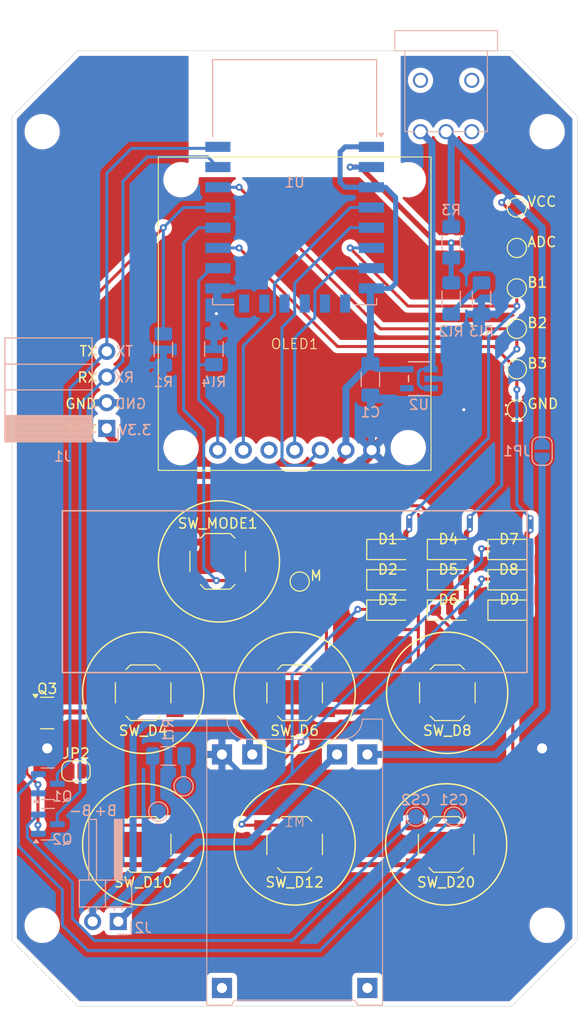
<source format=kicad_pcb>
(kicad_pcb (version 20240108) (generator "pcbnew") (generator_version "8.0")
  (layers (0 "F.Cu" signal) (31 "B.Cu" signal) (34 "B.Paste" user) (35 "F.Paste" user) (36 "B.SilkS" user "B.Silkscreen") (37 "F.SilkS" user "F.Silkscreen") (38 "B.Mask" user) (39 "F.Mask" user) (44 "Edge.Cuts" user))
  (net 0 "")
  (net 1 "/B1")
  (net 2 "VCC")
  (net 3 "GND")
  (net 4 "/MODE_SW")
  (net 5 "/SCLK")
  (net 7 "/OLED_DC")
  (net 8 "/OLED_RES")
  (net 9 "/COPI")
  (net 10 "/ADC")
  (net 11 "/CS")
  (net 12 "+3.3V")
  (net 13 "/B3")
  (net 14 "/B2")
  (net 15 "/B1_BUS")
  (net 16 "/B2_BUS")
  (net 17 "/B3_BUS")
  (net 18 "/CHIP_RX")
  (net 19 "/CHIP_TX")
  (net 20 "/B+")
  (net 21 "/B-")
  (net 23 "Net-(Rl2-Pad1)")
  (net 24 "/CS1")
  (net 25 "/CS2")
  (net 26 "Net-(JP1-A)")
  (net 33 "Net-(D1-K)")
  (net 34 "Net-(D2-K)")
  (net 35 "Net-(D3-K)")
  (net 36 "Net-(D4-K)")
  (net 37 "Net-(D6-K)")
  (net 38 "Net-(D7-K)")
  (net 39 "Net-(SW_POWER1A-C)")
  (net 41 "/PERIPHERAL_EN")
  (net 42 "Net-(JP2-B)")
  (net 44 "/BC_REF_B")
  (net 45 "/BC_REF_A")
  (footprint "Button_Switch_SMD:SW_SPST_TL3342" (layer "F.Cu") (at 173 131 180)
    (property "Reference" "SW_D20")
    (property "Value" "SW_Push")
  )
  (footprint "TestPoint:TestPoint_Pad_D1.5mm" (layer "F.Cu") (at 180 68)
    (property "Reference" "TP6" (hide yes))
    (property "Value" "TestPoint")
  )
  (footprint "Jumper:SolderJumper-2_P1.3mm_Open_RoundedPad1.0x1.5mm" (layer "F.Cu") (at 136.35 123.75)
    (property "Reference" "JP2")
    (property "Value" "SolderJumper_2_Open")
  )
  (footprint "NetTie:NetTie-2_THT_Pad0.3mm" (layer "F.Cu") (at 169.35 98.625 -90)
    (property "Reference" "NT14" (hide yes))
    (property "Value" "NetTie_2" (hide yes))
  )
  (footprint "Button_Switch_SMD:SW_SPST_TL3342" (layer "F.Cu") (at 158 116 180)
    (property "Reference" "SW_D6")
    (property "Value" "SW_Push")
  )
  (footprint "Custom:OLED" (layer "F.Cu") (at 158 81 180)
    (property "Reference" "OLED1")
    (property "Value" "~")
  )
  (footprint "Button_Switch_SMD:SW_SPST_TL3342" (layer "F.Cu") (at 143 116 180)
    (property "Reference" "SW_D4")
    (property "Value" "SW_Push")
  )
  (footprint "Diode_SMD:D_SOD-123F" (layer "F.Cu") (at 179.35 104.825)
    (property "Reference" "D8")
    (property "Value" "1N4148W")
  )
  (footprint "Diode_SMD:D_SOD-123F" (layer "F.Cu") (at 173.35 107.825)
    (property "Reference" "D6")
    (property "Value" "1N4148W")
  )
  (footprint "TestPoint:TestPoint_Pad_D1.5mm" (layer "F.Cu") (at 180 84)
    (property "Reference" "TP1" (hide yes))
    (property "Value" "TestPoint")
  )
  (footprint "Diode_SMD:D_SOD-123F" (layer "F.Cu") (at 179.35 101.825)
    (property "Reference" "D7")
    (property "Value" "1N4148W")
  )
  (footprint "Diode_SMD:D_SOD-123F" (layer "F.Cu") (at 167.35 104.825)
    (property "Reference" "D2")
    (property "Value" "1N4148W")
  )
  (footprint "Diode_SMD:D_SOD-123F" (layer "F.Cu") (at 179.35 107.825)
    (property "Reference" "D9")
    (property "Value" "1N4148W")
  )
  (footprint "MountingHole:MountingHole_3mm" (layer "F.Cu") (at 133 139)
    (property "Reference" "REF**" (hide yes))
    (property "Value" "MountingHole_3mm")
  )
  (footprint "Button_Switch_SMD:SW_SPST_TL3342" (layer "F.Cu") (at 158 131 180)
    (property "Reference" "SW_D12")
    (property "Value" "SW_Push")
  )
  (footprint "MountingHole:MountingHole_3mm" (layer "F.Cu") (at 133 60.5)
    (property "Reference" "REF**" (hide yes))
    (property "Value" "MountingHole_3mm")
  )
  (footprint "TestPoint:TestPoint_Pad_D1.5mm" (layer "F.Cu") (at 158.5 105)
    (property "Reference" "TP8" (hide yes))
    (property "Value" "TestPoint")
  )
  (footprint "Button_Switch_SMD:SW_SPST_TL3342" (layer "F.Cu") (at 143 131 180)
    (property "Reference" "SW_D10")
    (property "Value" "SW_Push")
  )
  (footprint "NetTie:NetTie-2_THT_Pad0.3mm" (layer "F.Cu") (at 175.35 98.625 -90)
    (property "Reference" "NT15" (hide yes))
    (property "Value" "NetTie_2" (hide yes))
  )
  (footprint "MountingHole:MountingHole_3mm" (layer "F.Cu") (at 183 139)
    (property "Reference" "REF**" (hide yes))
    (property "Value" "MountingHole_3mm")
  )
  (footprint "Button_Switch_SMD:SW_SPST_TL3342" (layer "F.Cu") (at 150.38 103)
    (property "Reference" "SW_MODE1")
    (property "Value" "SW_Push")
  )
  (footprint "Button_Switch_SMD:SW_SPST_TL3342" (layer "F.Cu") (at 173.12 116 180)
    (property "Reference" "SW_D8")
    (property "Value" "SW_Push")
  )
  (footprint "Package_TO_SOT_SMD:SOT-23" (layer "F.Cu") (at 133.5 118)
    (property "Reference" "Q3")
    (property "Value" "AO3400")
  )
  (footprint "Diode_SMD:D_SOD-123F" (layer "F.Cu") (at 167.35 107.825)
    (property "Reference" "D3")
    (property "Value" "1N4148W")
  )
  (footprint "TestPoint:TestPoint_Pad_D1.5mm" (layer "F.Cu") (at 180 88)
    (property "Reference" "TP4" (hide yes))
    (property "Value" "TestPoint")
  )
  (footprint "Diode_SMD:D_SOD-123F" (layer "F.Cu") (at 167.35 101.825)
    (property "Reference" "D1")
    (property "Value" "1N4148W")
  )
  (footprint "MountingHole:MountingHole_3mm" (layer "F.Cu") (at 183 60.5)
    (property "Reference" "REF**" (hide yes))
    (property "Value" "MountingHole_3mm")
  )
  (footprint "TestPoint:TestPoint_Pad_D1.5mm" (layer "F.Cu") (at 180 80)
    (property "Reference" "TP2" (hide yes))
    (property "Value" "TestPoint")
  )
  (footprint "Diode_SMD:D_SOD-123F" (layer "F.Cu") (at 173.35 101.825)
    (property "Reference" "D4")
    (property "Value" "1N4148W")
  )
  (footprint "Diode_SMD:D_SOD-123F" (layer "F.Cu") (at 173.35 104.825)
    (property "Reference" "D5")
    (property "Value" "1N4148W")
  )
  (footprint "NetTie:NetTie-2_THT_Pad0.3mm" (layer "F.Cu") (at 181.35 98.725 -90)
    (property "Reference" "NT16" (hide yes))
    (property "Value" "NetTie_2" (hide yes))
  )
  (footprint "TestPoint:TestPoint_Pad_D1.5mm" (layer "F.Cu") (at 180 76)
    (property "Reference" "TP3" (hide yes))
    (property "Value" "TestPoint")
  )
  (footprint "TestPoint:TestPoint_Pad_D1.5mm" (layer "F.Cu") (at 180 72)
    (property "Reference" "TP5" (hide yes))
    (property "Value" "TestPoint")
  )
  (footprint "RF_Module:ESP-12E" (layer "B.Cu") (at 158 65.5 180)
    (property "Reference" "U1")
    (property "Value" "ESP-12F")
  )
  (footprint "Connector_PinSocket_2.54mm:PinSocket_1x04_P2.54mm_Horizontal" (layer "B.Cu") (at 139.4 89.85)
    (property "Reference" "J1")
    (property "Value" "Conn_01x04_Pin")
  )
  (footprint "Capacitor_SMD:C_1206_3216Metric_Pad1.33x1.80mm_HandSolder" (layer "B.Cu") (at 165.5 85 90)
    (property "Reference" "C1")
    (property "Value" "10uF")
  )
  (footprint "Connector_PinHeader_2.54mm:PinHeader_1x02_P2.54mm_Horizontal" (layer "B.Cu") (at 140.54 138.625 90)
    (property "Reference" "J2")
    (property "Value" "Conn_01x02_Socket")
  )
  (footprint "Resistor_SMD:R_1206_3216Metric_Pad1.30x1.75mm_HandSolder" (layer "B.Cu") (at 145.5 122.25 180)
    (property "Reference" "Rl1")
    (property "Value" "10K")
  )
  (footprint "TestPoint:TestPoint_Pad_D1.5mm" (layer "B.Cu") (at 173.75 128.25 180)
    (property "Reference" "CS1")
    (property "Value" "TestPoint")
  )
  (footprint "Package_TO_SOT_SMD:SOT-23" (layer "B.Cu") (at 133.5625 129)
    (property "Reference" "Q2")
    (property "Value" "AO3400")
  )
  (footprint "Resistor_SMD:R_1206_3216Metric_Pad1.30x1.75mm_HandSolder" (layer "B.Cu") (at 173.5 71.45 -90)
    (property "Reference" "R3")
    (property "Value" "100K")
  )
  (footprint "RT9013:SOT-23-5_RIT" (layer "B.Cu") (at 170.3062 84.9395 180)
    (property "Reference" "U2")
    (property "Value" "RT9013-33GB")
  )
  (footprint "Custom:SW" (layer "B.Cu") (at 173 55.5 180)
    (property "Reference" "SW_POWER1" (hide yes))
    (property "Value" "SW_DPDT_x2" (hide yes))
  )
  (footprint "TestPoint:TestPoint_Pad_D1.5mm" (layer "B.Cu") (at 144.5 127.75 180)
    (property "Reference" "REF**" (hide yes))
    (property "Value" "TestPoint_Pad_D1.5mm")
  )
  (footprint "Package_TO_SOT_SMD:SOT-23" (layer "B.Cu") (at 133.5625 125)
    (property "Reference" "Q1")
    (property "Value" "AO3400")
  )
  (footprint "Resistor_SMD:R_1206_3216Metric_Pad1.30x1.75mm_HandSolder" (layer "B.Cu") (at 173.5 77 90)
    (property "Reference" "Rl2")
    (property "Value" "10K")
  )
  (footprint "Resistor_SMD:R_1206_3216Metric_Pad1.30x1.75mm_HandSolder" (layer "B.Cu") (at 150 82 -90)
    (property "Reference" "Rl4")
    (property "Value" "10K")
  )
  (footprint "TestPoint:TestPoint_Pad_D1.5mm" (layer "B.Cu") (at 147 125.25 180)
    (property "Reference" "REF**" (hide yes))
    (property "Value" "TestPoint_Pad_D1.5mm")
  )
  (footprint "Jumper:SolderJumper-2_P1.3mm_Open_RoundedPad1.0x1.5mm" (layer "B.Cu") (at 182.5 92.1 90)
    (property "Reference" "JP1")
    (property "Value" "SolderJumper_2_Open")
  )
  (footprint "TestPoint:TestPoint_Pad_D1.5mm" (layer "B.Cu") (at 170 128.25 180)
    (property "Reference" "CS2")
    (property "Value" "TestPoint")
  )
  (footprint "Custom:TP4056-USBC" (layer "B.Cu") (at 158 132.75 180)
    (property "Reference" "M1")
    (property "Value" "~")
  )
  (footprint "Resistor_SMD:R_1206_3216Metric_Pad1.30x1.75mm_HandSolder" (layer "B.Cu") (at 145 82.05 -90)
    (property "Reference" "R1")
    (property "Value" "100K")
  )
  (footprint "Resistor_SMD:R_1206_3216Metric_Pad1.30x1.75mm_HandSolder" (layer "B.Cu") (at 176.5 77 90)
    (property "Reference" "Rl3")
    (property "Value" "10K")
  )
  (gr_rect (start 135 98) (end 181 114) (stroke (width 0.15)) (fill none) (layer "B.SilkS"))
  (gr_circle (center 173.1 116) (end 179.1 116) (stroke (width 0.15)) (fill none) (layer "F.SilkS"))
  (gr_circle (center 150.5 103) (end 156.5 103) (stroke (width 0.15)) (fill none) (layer "F.SilkS"))
  (gr_circle (center 143 116) (end 149 116) (stroke (width 0.15)) (fill none) (layer "F.SilkS"))
  (gr_circle (center 173 131) (end 179 131) (stroke (width 0.15)) (fill none) (layer "F.SilkS"))
  (gr_circle (center 158 116) (end 164 116) (stroke (width 0.15)) (fill none) (layer "F.SilkS"))
  (gr_circle (center 143 131) (end 149 131) (stroke (width 0.15)) (fill none) (layer "F.SilkS"))
  (gr_circle (center 158 131) (end 164 131) (stroke (width 0.15)) (fill none) (layer "F.SilkS"))
  (gr_poly (pts (xy 130 140.5) (xy 130 59) (xy 136.5 52.5) (xy 179.5 52.5) (xy 186 59) (xy 186 140.5) (xy 179.5 147) (xy 136.5 147)) (stroke (width 0.05)) (fill none) (layer "Edge.Cuts"))
  (gr_text "TX" (at 142.1 82.8 0) (layer "B.SilkS") (effects (font (size 1 1)) (justify left bottom mirror)))
  (gr_text "RX\n" (at 142.2 85.4 0) (layer "B.SilkS") (effects (font (size 1 1)) (justify left bottom mirror)))
  (gr_text "3.3V" (at 143.9 90.6 0) (layer "B.SilkS") (effects (font (size 1 1)) (justify left bottom mirror)))
  (gr_text "B-\n" (at 138 128.25 0) (layer "B.SilkS") (effects (font (size 1 1)) (justify left bottom mirror)))
  (gr_text "B+" (at 140.5 128.25 0) (layer "B.SilkS") (effects (font (size 1 1)) (justify left bottom mirror)))
  (gr_text "GND\n" (at 143.4 88 0) (layer "B.SilkS") (effects (font (size 1 1)) (justify left bottom mirror)))
  (gr_text "TX" (at 136.6 82.8 0) (layer "F.SilkS") (effects (font (size 1 1)) (justify left bottom)))
  (gr_text "M" (at 159.45 105 0) (layer "F.SilkS") (effects (font (size 1 1)) (justify left bottom)))
  (gr_text "B3\n" (at 180.95 84 0) (layer "F.SilkS") (effects (font (size 1 1)) (justify left bottom)))
  (gr_text "GND\n" (at 135.2 88 0) (layer "F.SilkS") (effects (font (size 1 1)) (justify left bottom)))
  (gr_text "B2" (at 180.95 80 0) (layer "F.SilkS") (effects (font (size 1 1)) (justify left bottom)))
  (gr_text "GND" (at 180.95 88 0) (layer "F.SilkS") (effects (font (size 1 1)) (justify left bottom)))
  (gr_text "B1\n" (at 180.95 76 0) (layer "F.SilkS") (effects (font (size 1 1)) (justify left bottom)))
  (gr_text "ADC" (at 180.95 72 0) (layer "F.SilkS") (effects (font (size 1 1)) (justify left bottom)))
  (gr_text "3.3V" (at 135 90.6 0) (layer "F.SilkS") (effects (font (size 1 1)) (justify left bottom)))
  (gr_text "VCC" (at 180.95 68 0) (layer "F.SilkS") (effects (font (size 1 1)) (justify left bottom)))
  (gr_text "RX\n" (at 136.4 85.4 0) (layer "F.SilkS") (effects (font (size 1 1)) (justify left bottom)))
  (segment (start 180 77.75) (end 180 76) (width 0.3) (layer "F.Cu") (net 1))
  (segment (start 180 77.75) (end 169.225 77.75) (width 0.3) (layer "F.Cu") (net 1))
  (segment (start 163.5 72.025) (end 163.5 72) (width 0.3) (layer "F.Cu") (net 1))
  (segment (start 169.225 77.75) (end 163.5 72.025) (width 0.3) (layer "F.Cu") (net 1))
  (via (at 163.5 72) (size 0.7) (drill 0.3) (layers "F.Cu" "B.Cu") (net 1))
  (via (at 180 77.75) (size 0.7) (drill 0.3) (layers "F.Cu" "B.Cu") (net 1))
  (segment (start 180 77.75) (end 180 78) (width 0.3) (layer "B.Cu") (net 1))
  (segment (start 177.2 90.775) (end 169.35 98.625) (width 0.3) (layer "B.Cu") (net 1))
  (segment (start 165.6 72) (end 163.5 72) (width 0.3) (layer "B.Cu") (net 1))
  (segment (start 177.2 80.8) (end 177.2 90.775) (width 0.3) (layer "B.Cu") (net 1))
  (segment (start 180 78) (end 177.2 80.8) (width 0.3) (layer "B.Cu") (net 1))
  (segment (start 179 68) (end 178.5 67.5) (width 0.3) (layer "F.Cu") (net 2))
  (segment (start 180 68) (end 179 68) (width 0.3) (layer "F.Cu") (net 2))
  (via (at 178.5 67.5) (size 0.7) (drill 0.3) (layers "F.Cu" "B.Cu") (net 2))
  (segment (start 182.5 91.45) (end 182.5 70) (width 0.7) (layer "B.Cu") (net 2))
  (segment (start 179 66.5) (end 173 60.5) (width 0.7) (layer "B.Cu") (net 2))
  (segment (start 178.5 67.5) (end 179 67) (width 0.3) (layer "B.Cu") (net 2))
  (segment (start 182.5 70) (end 179 66.5) (width 0.7) (layer "B.Cu") (net 2))
  (segment (start 179 67) (end 179 66.5) (width 0.3) (layer "B.Cu") (net 2))
  (segment (start 173.5 69.9) (end 173.5 61) (width 0.7) (layer "B.Cu") (net 2))
  (segment (start 173.5 61) (end 173 60.5) (width 0.7) (layer "B.Cu") (net 2))
  (segment (start 133.5 121.55) (end 135.7 123.75) (width 0.5) (layer "F.Cu") (net 3))
  (segment (start 137.5 90.95) (end 142.55 96) (width 0.7) (layer "F.Cu") (net 3))
  (segment (start 139.4 87.31) (end 138.197919 87.31) (width 0.7) (layer "F.Cu") (net 3))
  (segment (start 152.5 78.5) (end 150.25 78.5) (width 0.7) (layer "F.Cu") (net 3))
  (segment (start 165.62 92) (end 165.62 91.62) (width 0.7) (layer "F.Cu") (net 3))
  (segment (start 132.5625 120.5625) (end 132.5625 118.95) (width 0.5) (layer "F.Cu") (net 3))
  (segment (start 163.6 94.52) (end 165.62 92.5) (width 0.7) (layer "F.Cu") (net 3))
  (segment (start 165.62 91.62) (end 152.5 78.5) (width 0.7) (layer "F.Cu") (net 3))
  (segment (start 165.62 92.5) (end 165.62 91.88) (width 0.7) (layer "F.Cu") (net 3))
  (segment (start 169.5 88) (end 174.75 88) (width 0.7) (layer "F.Cu") (net 3))
  (segment (start 133.5 121.5) (end 133.5 121.55) (width 0.5) (layer "F.Cu") (net 3))
  (segment (start 133.5 121.5) (end 132.5625 120.5625) (width 0.5) (layer "F.Cu") (net 3))
  (segment (start 162.12 96) (end 165.62 92.5) (width 0.7) (layer "F.Cu") (net 3))
  (segment (start 147.23 101.1) (end 153.53 101.1) (width 0.5) (layer "F.Cu") (net 3))
  (segment (start 165.62 91.88) (end 169.5 88) (width 0.7) (layer "F.Cu") (net 3))
  (segment (start 137.5 88.007919) (end 137.5 90.95) (width 0.7) (layer "F.Cu") (net 3))
  (segment (start 180 88) (end 174.75 88) (width 0.7) (layer "F.Cu") (net 3))
  (segment (start 138.197919 87.31) (end 137.5 88.007919) (width 0.7) (layer "F.Cu") (net 3))
  (segment (start 142.55 96) (end 162.12 96) (width 0.7) (layer "F.Cu") (net 3))
  (via (at 182.5 121.5) (size 1.7) (drill 1) (layers "F.Cu" "B.Cu") (net 3))
  (via (at 174.75 88) (size 0.7) (drill 0.3) (layers "F.Cu" "B.Cu") (net 3))
  (via (at 150.25 78.5) (size 0.7) (drill 0.3) (layers "F.Cu" "B.Cu") (net 3))
  (via (at 133.5 121.5) (size 1.7) (drill 1) (layers "F.Cu" "B.Cu") (net 3))
  (segment (start 165.9375 87) (end 165.5 86.5625) (width 0.7) (layer "B.Cu") (net 3))
  (segment (start 150.25 78.5) (end 150.25 76.15) (width 0.7) (layer "B.Cu") (net 3))
  (segment (start 175.5 84.9395) (end 171.5 84.9395) (width 0.5) (layer "B.Cu") (net 3))
  (segment (start 154.5 124.5) (end 155.5 123.5) (width 0.5) (layer "B.Cu") (net 3))
  (segment (start 151 122.3) (end 153.2 124.5) (width 0.5) (layer "B.Cu") (net 3))
  (segment (start 150.25 76.15) (end 150.4 76) (width 0.5) (layer "B.Cu") (net 3))
  (segment (start 175.53025 84.96975) (end 175.5 84.9395) (width 0.5) (layer "B.Cu") (net 3))
  (segment (start 150.25 78.5) (end 150.25 80.2) (width 0.7) (layer "B.Cu") (net 3))
  (segment (start 174.75 88) (end 174.75 87) (width 0.7) (layer "B.Cu") (net 3))
  (segment (start 151 121.75) (end 151 122.3) (width 0.5) (layer "B.Cu") (net 3))
  (segment (start 165.5 86.5625) (end 165.62 86.6825) (width 0.7) (layer "B.Cu") (net 3))
  (segment (start 150.25 80.2) (end 150 80.45) (width 0.5) (layer "B.Cu") (net 3))
  (segment (start 174.75 85.75) (end 176 84.5) (width 0.7) (layer "B.Cu") (net 3))
  (segment (start 165.85 92.27) (end 165.62 92.5) (width 0.5) (layer "B.Cu") (net 3))
  (segment (start 141.29 87.31) (end 145 83.6) (width 0.7) (layer "B.Cu") (net 3))
  (segment (start 174.75 87) (end 174.75 85.75) (width 0.7) (layer "B.Cu") (net 3))
  (segment (start 155.5 123.5) (end 155.5 102.12) (width 0.5) (layer "B.Cu") (net 3))
  (segment (start 153.2 124.5) (end 154.5 124.5) (width 0.5) (layer "B.Cu") (net 3))
  (segment (start 176 79.05) (end 176.5 78.55) (width 0.7) (layer "B.Cu") (net 3))
  (segment (start 165.62 86.6825) (end 165.62 92.5) (width 0.7) (layer "B.Cu") (net 3))
  (segment (start 155.5 102.12) (end 165.62 92) (width 0.5) (layer "B.Cu") (net 3))
  (segment (start 139.4 87.31) (end 141.29 87.31) (width 0.7) (layer "B.Cu") (net 3))
  (segment (start 176 84.5) (end 176 79.05) (width 0.7) (layer "B.Cu") (net 3))
  (segment (start 174.75 87) (end 165.9375 87) (width 0.7) (layer "B.Cu") (net 3))
  (segment (start 150.25 104.9) (end 147.23 104.9) (width 0.3) (layer "F.Cu") (net 4))
  (segment (start 150.25 104.9) (end 153.16 104.9) (width 0.3) (layer "F.Cu") (net 4))
  (segment (start 158.5 105) (end 153.63 105) (width 0.3) (layer "F.Cu") (net 4))
  (segment (start 153.16 104.9) (end 153.26 105) (width 0.3) (layer "F.Cu") (net 4))
  (segment (start 153.63 105) (end 153.53 104.9) (width 0.3) (layer "F.Cu") (net 4))
  (via (at 150.25 104.9) (size 0.7) (drill 0.3) (layers "F.Cu" "B.Cu") (net 4))
  (segment (start 149 90) (end 147 88) (width 0.3) (layer "B.Cu") (net 4))
  (segment (start 147 88) (end 147 71.5) (width 0.3) (layer "B.Cu") (net 4))
  (segment (start 147 71.5) (end 148.5 70) (width 0.3) (layer "B.Cu") (net 4))
  (segment (start 148.5 70) (end 150.4 70) (width 0.3) (layer "B.Cu") (net 4))
  (segment (start 150.25 104.9) (end 149 103.65) (width 0.3) (layer "B.Cu") (net 4))
  (segment (start 149 103.65) (end 149 90) (width 0.3) (layer "B.Cu") (net 4))
  (segment (start 159.04 93.5) (end 157.249999 93.5) (width 0.3) (layer "B.Cu") (net 5))
  (segment (start 160.54 92) (end 159.04 93.5) (width 0.3) (layer "B.Cu") (net 5))
  (segment (start 156.75 79.85) (end 158 78.6) (width 0.3) (layer "B.Cu") (net 5))
  (segment (start 158 78.6) (end 158 75.5) (width 0.3) (layer "B.Cu") (net 5))
  (segment (start 158 75.5) (end 163.5 70) (width 0.3) (layer "B.Cu") (net 5))
  (segment (start 157.249999 93.5) (end 156.75 93.000001) (width 0.3) (layer "B.Cu") (net 5))
  (segment (start 163.5 70) (end 165.6 70) (width 0.3) (layer "B.Cu") (net 5))
  (segment (start 156.75 93.000001) (end 156.75 79.85) (width 0.3) (layer "B.Cu") (net 5))
  (segment (start 163.51005 68) (end 165.6 68) (width 0.3) (layer "B.Cu") (net 7))
  (segment (start 156 75.51005) (end 163.51005 68) (width 0.3) (layer "B.Cu") (net 7))
  (segment (start 156 78.6) (end 156 75.51005) (width 0.3) (layer "B.Cu") (net 7))
  (segment (start 152.92 81.68) (end 156 78.6) (width 0.3) (layer "B.Cu") (net 7))
  (segment (start 152.92 92) (end 152.92 81.68) (width 0.3) (layer "B.Cu") (net 7))
  (segment (start 160 78.9) (end 160 76.2) (width 0.3) (layer "B.Cu") (net 9))
  (segment (start 158 92.5) (end 158 80.9) (width 0.3) (layer "B.Cu") (net 9))
  (segment (start 158 80.9) (end 160 78.9) (width 0.3) (layer "B.Cu") (net 9))
  (segment (start 160 76.2) (end 162.2 74) (width 0.3) (layer "B.Cu") (net 9))
  (segment (start 162.2 74) (end 165.6 74) (width 0.3) (layer "B.Cu") (net 9))
  (segment (start 179.5 71.5) (end 180 72) (width 0.5) (layer "F.Cu") (net 10))
  (segment (start 172 71.5) (end 173.5 71.5) (width 0.5) (layer "F.Cu") (net 10))
  (segment (start 173.5 71.5) (end 179.5 71.5) (width 0.5) (layer "F.Cu") (net 10))
  (segment (start 164.5 64) (end 172 71.5) (width 0.5) (layer "F.Cu") (net 10))
  (segment (start 163.5 64) (end 164.5 64) (width 0.5) (layer "F.Cu") (net 10))
  (via (at 163.5 64) (size 0.7) (drill 0.3) (layers "F.Cu" "B.Cu") (net 10))
  (via (at 173.5 71.5) (size 0.7) (drill 0.3) (layers "F.Cu" "B.Cu") (net 10))
  (segment (start 173.5 75.45) (end 173.5 71.5) (width 0.5) (layer "B.Cu") (net 10))
  (segment (start 163.5 64) (end 165.6 64) (width 0.5) (layer "B.Cu") (net 10))
  (segment (start 150.38 92.5) (end 150.38 88.88) (width 0.3) (layer "B.Cu") (net 11))
  (segment (start 148.5 83.6) (end 148.5 75.25) (width 0.3) (layer "B.Cu") (net 11))
  (segment (start 148.55 83.55) (end 150 83.55) (width 0.3) (layer "B.Cu") (net 11))
  (segment (start 148.5 83.6) (end 148.55 83.55) (width 0.3) (layer "B.Cu") (net 11))
  (segment (start 148.5 75.25) (end 149.75 74) (width 0.3) (layer "B.Cu") (net 11))
  (segment (start 148.5 87) (end 148.5 83.6) (width 0.3) (layer "B.Cu") (net 11))
  (segment (start 150.38 88.88) (end 148.5 87) (width 0.3) (layer "B.Cu") (net 11))
  (segment (start 149.75 74) (end 150.4 74) (width 0.3) (layer "B.Cu") (net 11))
  (segment (start 139.4 90.4) (end 143.5 94.5) (width 0.7) (layer "F.Cu") (net 12))
  (segment (start 161.08 94.5) (end 163.08 92.5) (width 0.7) (layer "F.Cu") (net 12))
  (segment (start 143.5 94.5) (end 161.08 94.5) (width 0.7) (layer "F.Cu") (net 12))
  (segment (start 139.4 89.85) (end 139.4 90.4) (width 0.7) (layer "F.Cu") (net 12))
  (segment (start 162.5 62.5) (end 162.5 65.5) (width 0.5) (layer "B.Cu") (net 12))
  (segment (start 163 62) (end 165.6 62) (width 0.5) (layer "B.Cu") (net 12))
  (segment (start 162.5 65.5) (end 163 66) (width 0.5) (layer "B.Cu") (net 12))
  (segment (start 163.08 85.8575) (end 165.5 83.4375) (width 0.7) (layer "B.Cu") (net 12))
  (segment (start 165.5 83.4375) (end 165.5 76.1) (width 0.7) (layer "B.Cu") (net 12))
  (segment (start 165.6 66) (end 167 66) (width 0.5) (layer "B.Cu") (net 12))
  (segment (start 163 62) (end 162.5 62.5) (width 0.5) (layer "B.Cu") (net 12))
  (segment (start 168 67) (end 168 75.5) (width 0.5) (layer "B.Cu") (net 12))
  (segment (start 168 75.5) (end 167.5 76) (width 0.5) (layer "B.Cu") (net 12))
  (segment (start 163.08 92.5) (end 163.08 85.8575) (width 0.7) (layer "B.Cu") (net 12))
  (segment (start 169.1124 84) (end 166.0625 84) (width 0.5) (layer "B.Cu") (net 12))
  (segment (start 167 66) (end 168 67) (width 0.5) (layer "B.Cu") (net 12))
  (segment (start 167.5 76) (end 165.6 76) (width 0.5) (layer "B.Cu") (net 12))
  (segment (start 163 66) (end 165.6 66) (width 0.5) (layer "B.Cu") (net 12))
  (segment (start 165.5 76.1) (end 165.6 76) (width 0.7) (layer "B.Cu") (net 12))
  (segment (start 166.0625 84) (end 165.5 83.4375) (width 0.5) (layer "B.Cu") (net 12))
  (segment (start 180 86) (end 180 84) (width 0.3) (layer "F.Cu") (net 13))
  (segment (start 162.25 81.75) (end 152.5 72) (width 0.3) (layer "F.Cu") (net 13))
  (segment (start 180 84) (end 177.75 81.75) (width 0.3) (layer "F.Cu") (net 13))
  (segment (start 177.75 81.75) (end 162.25 81.75) (width 0.3) (layer "F.Cu") (net 13))
  (via (at 180 86) (size 0.7) (drill 0.3) (layers "F.Cu" "B.Cu") (net 13))
  (via (at 152.5 72) (size 0.7) (drill 0.3) (layers "F.Cu" "B.Cu") (net 13))
  (segment (start 152.5 72) (end 150.4 72) (width 0.3) (layer "B.Cu") (net 13))
  (segment (start 181.35 98.725) (end 180 97.375) (width 0.3) (layer "B.Cu") (net 13))
  (segment (start 180 97.375) (end 180 86) (width 0.3) (layer "B.Cu") (net 13))
  (segment (start 180 82) (end 180 80) (width 0.3) (layer "F.Cu") (net 14))
  (segment (start 166.5 80) (end 180 80) (width 0.3) (layer "F.Cu") (net 14))
  (segment (start 152.5 66) (end 166.5 80) (width 0.3) (layer "F.Cu") (net 14))
  (via (at 152.5 66) (size 0.7) (drill 0.3) (layers "F.Cu" "B.Cu") (net 14))
  (via (at 180 82) (size 0.7) (drill 0.3) (layers "F.Cu" "B.Cu") (net 14))
  (segment (start 178.5 95.475) (end 178.5 83.5) (width 0.3) (layer "B.Cu") (net 14))
  (segment (start 178.5 83.5) (end 180 82) (width 0.3) (layer "B.Cu") (net 14))
  (segment (start 175.35 98.625) (end 178.5 95.475) (width 0.3) (layer "B.Cu") (net 14))
  (segment (start 150.4 66) (end 152.5 66) (width 0.3) (layer "B.Cu") (net 14))
  (segment (start 169 100.175) (end 169.35 99.825) (width 0.5) (layer "F.Cu") (net 15))
  (segment (start 169 107.825) (end 169 100.175) (width 0.5) (layer "F.Cu") (net 15))
  (segment (start 175 107.825) (end 175 100.175) (width 0.5) (layer "F.Cu") (net 16))
  (segment (start 175 100.175) (end 175.35 99.825) (width 0.5) (layer "F.Cu") (net 16))
  (segment (start 181 107.825) (end 181 100.275) (width 0.5) (layer "F.Cu") (net 17))
  (segment (start 181 100.275) (end 181.35 99.925) (width 0.5) (layer "F.Cu") (net 17))
  (segment (start 141 65.4) (end 141 83.17) (width 0.3) (layer "B.Cu") (net 18))
  (segment (start 136.75 87.42) (end 139.4 84.77) (width 0.3) (layer "B.Cu") (net 18))
  (segment (start 134.5 128) (end 136.75 125.75) (width 0.3) (layer "B.Cu") (net 18))
  (segment (start 141 83.17) (end 139.4 84.77) (width 0.3) (layer "B.Cu") (net 18))
  (segment (start 149.4 63) (end 143.4 63) (width 0.3) (layer "B.Cu") (net 18))
  (segment (start 134.5 129) (end 134.5 128) (width 0.3) (layer "B.Cu") (net 18))
  (segment (start 136.75 125.75) (end 136.75 87.42) (width 0.3) (layer "B.Cu") (net 18))
  (segment (start 150.4 64) (end 149.4 63) (width 0.3) (layer "B.Cu") (net 18))
  (segment (start 143.4 63) (end 141 65.4) (width 0.3) (layer "B.Cu") (net 18))
  (segment (start 141.85 62.15) (end 143.6 62.15) (width 0.3) (layer "B.Cu") (net 19))
  (segment (start 135.75 85.88) (end 139.4 82.23) (width 0.3) (layer "B.Cu") (net 19))
  (segment (start 150.25 62.15) (end 143.6 62.15) (width 0.3) (layer "B.Cu") (net 19))
  (segment (start 134.5 124) (end 135.75 122.75) (width 0.3) (layer "B.Cu") (net 19))
  (segment (start 139.4 64.6) (end 141.85 62.15) (width 0.3) (layer "B.Cu") (net 19))
  (segment (start 135.75 122.75) (end 135.75 85.88) (width 0.3) (layer "B.Cu") (net 19))
  (segment (start 139.4 82.23) (end 139.4 64.6) (width 0.3) (layer "B.Cu") (net 19))
  (segment (start 134.5 125) (end 134.5 124) (width 0.3) (layer "B.Cu") (net 19))
  (segment (start 150.4 62) (end 150.25 62.15) (width 0.3) (layer "B.Cu") (net 19))
  (segment (start 162.46 121.75) (end 153.46 130.75) (width 0.7) (layer "B.Cu") (net 20))
  (segment (start 153.46 130.75) (end 148.415 130.75) (width 0.7) (layer "B.Cu") (net 20))
  (segment (start 148.415 130.75) (end 140.54 138.625) (width 0.7) (layer "B.Cu") (net 20))
  (segment (start 152.25 119) (end 143.25 119) (width 0.7) (layer "B.Cu") (net 21))
  (segment (start 142 120.25) (end 142 133.5) (width 0.7) (layer "B.Cu") (net 21))
  (segment (start 138 137.5) (end 138 138.625) (width 0.7) (layer "B.Cu") (net 21))
  (segment (start 153.54 121.75) (end 153.54 120.29) (width 0.7) (layer "B.Cu") (net 21))
  (segment (start 142 133.5) (end 138 137.5) (width 0.7) (layer "B.Cu") (net 21))
  (segment (start 143.25 119) (end 142 120.25) (width 0.7) (layer "B.Cu") (net 21))
  (segment (start 153.54 120.29) (end 152.25 119) (width 0.7) (layer "B.Cu") (net 21))
  (segment (start 173.5 78.55) (end 173.5 78.45) (width 0.5) (layer "B.Cu") (net 23))
  (segment (start 173.5 78.45) (end 176.5 75.45) (width 0.5) (layer "B.Cu") (net 23))
  (segment (start 130.65 126.025) (end 132.625 124.05) (width 0.3) (layer "B.Cu") (net 24))
  (segment (start 173.75 128.25) (end 160.5 141.5) (width 0.3) (layer "B.Cu") (net 24))
  (segment (start 130.65 131.15) (end 130.65 126.025) (width 0.3) (layer "B.Cu") (net 24))
  (segment (start 137.5 141.5) (end 135 139) (width 0.3) (layer "B.Cu") (net 24))
  (segment (start 135 139) (end 135 135.5) (width 0.3) (layer "B.Cu") (net 24))
  (segment (start 135 135.5) (end 130.65 131.15) (width 0.3) (layer "B.Cu") (net 24))
  (segment (start 160.5 141.5) (end 137.5 141.5) (width 0.3) (layer "B.Cu") (net 24))
  (segment (start 170 128.25) (end 157.75 140.5) (width 0.3) (layer "B.Cu") (net 25))
  (segment (start 131.5375 129.1375) (end 132.625 128.05) (width 0.3) (layer "B.Cu") (net 25))
  (segment (start 136 134.773762) (end 131.5375 130.311262) (width 0.3) (layer "B.Cu") (net 25))
  (segment (start 157.75 140.5) (end 138.177943 140.5) (width 0.3) (layer "B.Cu") (net 25))
  (segment (start 131.5375 130.311262) (end 131.5375 129.1375) (width 0.3) (layer "B.Cu") (net 25))
  (segment (start 138.177943 140.5) (end 136 138.322057) (width 0.3) (layer "B.Cu") (net 25))
  (segment (start 136 138.322057) (end 136 134.773762) (width 0.3) (layer "B.Cu") (net 25))
  (segment (start 165.9 122.1) (end 165.55 121.75) (width 0.7) (layer "B.Cu") (net 26))
  (segment (start 177.9 122.1) (end 165.9 122.1) (width 0.7) (layer "B.Cu") (net 26))
  (segment (start 182.5 92.75) (end 182.5 117.5) (width 0.7) (layer "B.Cu") (net 26))
  (segment (start 182.5 117.5) (end 177.9 122.1) (width 0.7) (layer "B.Cu") (net 26))
  (segment (start 146.15 114.1) (end 139.85 114.1) (width 0.3) (layer "F.Cu") (net 33))
  (segment (start 165.25 101.825) (end 152.975 114.1) (width 0.3) (layer "F.Cu") (net 33))
  (segment (start 165.7 101.825) (end 165.25 101.825) (width 0.3) (layer "F.Cu") (net 33))
  (segment (start 152.975 114.1) (end 146.15 114.1) (width 0.3) (layer "F.Cu") (net 33))
  (segment (start 170.25 109.75) (end 168.35 109.75) (width 0.3) (layer "F.Cu") (net 34))
  (segment (start 170.25 106.275) (end 171.7 104.825) (width 0.3) (layer "F.Cu") (net 34))
  (segment (start 168.35 109.75) (end 167.4 108.8) (width 0.3) (layer "F.Cu") (net 34))
  (segment (start 169.97 114.1) (end 176.27 114.1) (width 0.3) (layer "F.Cu") (net 34))
  (segment (start 167.4 108.8) (end 167.4 106.4) (width 0.3) (layer "F.Cu") (net 34))
  (segment (start 167.4 106.4) (end 165.825 104.825) (width 0.3) (layer "F.Cu") (net 34))
  (segment (start 169.97 114.1) (end 170.25 113.82) (width 0.3) (layer "F.Cu") (net 34))
  (segment (start 170.25 113.82) (end 170.25 109.75) (width 0.3) (layer "F.Cu") (net 34))
  (segment (start 170.25 109.75) (end 170.25 106.275) (width 0.3) (layer "F.Cu") (net 34))
  (segment (start 165.825 104.825) (end 165.7 104.825) (width 0.3) (layer "F.Cu") (net 34))
  (segment (start 164.25 107.75) (end 165.625 107.75) (width 0.3) (layer "F.Cu") (net 35))
  (segment (start 161.15 129.1) (end 154.85 129.1) (width 0.3) (layer "F.Cu") (net 35))
  (segment (start 152.85 129.1) (end 152.75 129) (width 0.3) (layer "F.Cu") (net 35))
  (segment (start 176.5 104.75) (end 177.625 104.75) (width 0.3) (layer "F.Cu") (net 35))
  (segment (start 165.625 107.75) (end 165.7 107.825) (width 0.3) (layer "F.Cu") (net 35))
  (segment (start 154.85 129.1) (end 152.85 129.1) (width 0.3) (layer "F.Cu") (net 35))
  (segment (start 177.625 104.75) (end 177.7 104.825) (width 0.3) (layer "F.Cu") (net 35))
  (via (at 152.75 129) (size 0.7) (drill 0.3) (layers "F.Cu" "B.Cu") (net 35))
  (via (at 176.5 104.75) (size 0.7) (drill 0.3) (layers "F.Cu" "B.Cu") (net 35))
  (via (at 164.25 107.75) (size 0.7) (drill 0.3) (layers "F.Cu" "B.Cu") (net 35))
  (segment (start 159.5 122.25) (end 176.5 105.25) (width 0.3) (layer "B.Cu") (net 35))
  (segment (start 176.25 104.75) (end 176.5 104.75) (width 0.3) (layer "B.Cu") (net 35))
  (segment (start 176.5 105.25) (end 176.5 104.75) (width 0.3) (layer "B.Cu") (net 35))
  (segment (start 157.75 124) (end 157.75 114.25) (width 0.3) (layer "B.Cu") (net 35))
  (segment (start 152.75 129) (end 159.5 122.25) (width 0.3) (layer "B.Cu") (net 35))
  (segment (start 157.75 114.25) (end 164.25 107.75) (width 0.3) (layer "B.Cu") (net 35))
  (segment (start 161.15 114.1) (end 161.15 107.65) (width 0.3) (layer "F.Cu") (net 36))
  (segment (start 168.75 97.5) (end 170.5 97.5) (width 0.3) (layer "F.Cu") (net 36))
  (segment (start 172 101.525) (end 171.7 101.825) (width 0.3) (layer "F.Cu") (net 36))
  (segment (start 167.5 102.1) (end 167.5 98.75) (width 0.3) (layer "F.Cu") (net 36))
  (segment (start 166.2 103.4) (end 167.5 102.1) (width 0.3) (layer "F.Cu") (net 36))
  (segment (start 170.5 97.5) (end 172 99) (width 0.3) (layer "F.Cu") (net 36))
  (segment (start 165.4 103.4) (end 166.2 103.4) (width 0.3) (layer "F.Cu") (net 36))
  (segment (start 172 99) (end 172 101.525) (width 0.3) (layer "F.Cu") (net 36))
  (segment (start 161.15 107.65) (end 165.4 103.4) (width 0.3) (layer "F.Cu") (net 36))
  (segment (start 167.5 98.75) (end 168.75 97.5) (width 0.3) (layer "F.Cu") (net 36))
  (segment (start 161.15 114.1) (end 154.85 114.1) (width 0.3) (layer "F.Cu") (net 36))
  (segment (start 173.6 109.725) (end 171.7 107.825) (width 0.3) (layer "F.Cu") (net 37))
  (segment (start 179.6 109.725) (end 177.7 107.825) (width 0.3) (layer "F.Cu") (net 37))
  (segment (start 179.6 109.725) (end 173.6 109.725) (width 0.3) (layer "F.Cu") (net 37))
  (segment (start 176.15 129.1) (end 169.85 129.1) (width 0.3) (layer "F.Cu") (net 37))
  (segment (start 176.15 129.1) (end 179.6 125.65) (width 0.3) (layer "F.Cu") (net 37))
  (segment (start 179.6 125.65) (end 179.6 109.725) (width 0.3) (layer "F.Cu") (net 37))
  (segment (start 146.15 129.1) (end 139.85 129.1) (width 0.3) (layer "F.Cu") (net 38))
  (segment (start 150.4 129.1) (end 146.15 129.1) (width 0.3) (layer "F.Cu") (net 38))
  (segment (start 176.5 101.75) (end 177.625 101.75) (width 0.3) (layer "F.Cu") (net 38))
  (segment (start 158.625 120.875) (end 150.4 129.1) (width 0.3) (layer "F.Cu") (net 38))
  (segment (start 177.625 101.75) (end 177.7 101.825) (width 0.3) (layer "F.Cu") (net 38))
  (via (at 176.5 101.75) (size 0.7) (drill 0.3) (layers "F.Cu" "B.Cu") (net 38))
  (via (at 158.625 120.875) (size 0.7) (drill 0.3) (layers "F.Cu" "B.Cu") (net 38))
  (segment (start 158.625 120.875) (end 176.5 103) (width 0.3) (layer "B.Cu") (net 38))
  (segment (start 176.5 103) (end 176.5 101.75) (width 0.3) (layer "B.Cu") (net 38))
  (segment (start 170.5396 84) (end 170.25 84.2896) (width 0.3) (layer "B.Cu") (net 39))
  (segment (start 171.5 84) (end 170.5396 84) (width 0.3) (layer "B.Cu") (net 39))
  (segment (start 171.6 81.5) (end 171.6 83.9) (width 0.7) (layer "B.Cu") (net 39))
  (segment (start 170.46 60.5) (end 171.6 61.64) (width 0.7) (layer "B.Cu") (net 39))
  (segment (start 171.6 61.64) (end 171.6 81.5) (width 0.7) (layer "B.Cu") (net 39))
  (segment (start 170.629 85.879) (end 171.5 85.879) (width 0.3) (layer "B.Cu") (net 39))
  (segment (start 170.25 85.5) (end 170.629 85.879) (width 0.3) (layer "B.Cu") (net 39))
  (segment (start 170.25 84.2896) (end 170.25 85.5) (width 0.3) (layer "B.Cu") (net 39))
  (segment (start 145 70) (end 132.5 82.5) (width 0.3) (layer "F.Cu") (net 41))
  (segment (start 132.582475 125.082475) (end 132.582475 129.082475) (width 0.3) (layer "F.Cu") (net 41))
  (segment (start 132.5 82.5) (end 132.5 116.9875) (width 0.3) (layer "F.Cu") (net 41))
  (segment (start 131.475 123.975) (end 132.582475 125.082475) (width 0.3) (layer "F.Cu") (net 41))
  (segment (start 132.5625 117.05) (end 131.475 118.1375) (width 0.3) (layer "F.Cu") (net 41))
  (segment (start 131.475 118.1375) (end 131.475 123.975) (width 0.3) (layer "F.Cu") (net 41))
  (segment (start 132.5 116.9875) (end 132.5625 117.05) (width 0.3) (layer "F.Cu") (net 41))
  (via (at 132.582475 129.082475) (size 0.7) (drill 0.3) (layers "F.Cu" "B.Cu") (net 41))
  (via (at 132.582475 125.082475) (size 0.7) (drill 0.3) (layers "F.Cu" "B.Cu") (net 41))
  (via (at 145 70) (size 0.7) (drill 0.3) (layers "F.Cu" "B.Cu") (net 41))
  (segment (start 132.582475 129.082475) (end 132.582475 129.907475) (width 0.3) (layer "B.Cu") (net 41))
  (segment (start 132.582475 125.082475) (end 132.582475 125.907475) (width 0.3) (layer "B.Cu") (net 41))
  (segment (start 147 68) (end 145 70) (width 0.3) (layer "B.Cu") (net 41))
  (segment (start 150.4 68) (end 147 68) (width 0.3) (layer "B.Cu") (net 41))
  (segment (start 145 70) (end 145 80.5) (width 0.3) (layer "B.Cu") (net 41))
  (segment (start 132.582475 129.907475) (end 132.625 129.95) (width 0.3) (layer "B.Cu") (net 41))
  (segment (start 132.582475 125.907475) (end 132.625 125.95) (width 0.3) (layer "B.Cu") (net 41))
  (segment (start 134.5375 117.9) (end 134.4375 118) (width 0.5) (layer "F.Cu") (net 42))
  (segment (start 163.75 117.9) (end 163.6 118.05) (width 0.5) (layer "F.Cu") (net 42))
  (segment (start 138.25 117.9) (end 139.85 117.9) (width 0.5) (layer "F.Cu") (net 42))
  (segment (start 138.75 133) (end 138.25 132.5) (width 0.5) (layer "F.Cu") (net 42))
  (segment (start 138.25 123.75) (end 138.25 121.5) (width 0.5) (layer "F.Cu") (net 42))
  (segment (start 138.25 123.75) (end 137 123.75) (width 0.5) (layer "F.Cu") (net 42))
  (segment (start 139.85 117.9) (end 151 117.9) (width 0.5) (layer "F.Cu") (net 42))
  (segment (start 175.88 133) (end 138.75 133) (width 0.5) (layer "F.Cu") (net 42))
  (segment (start 138.25 132.5) (end 138.25 123.75) (width 0.5) (layer "F.Cu") (net 42))
  (segment (start 151 117.9) (end 163.75 117.9) (width 0.5) (layer "F.Cu") (net 42))
  (segment (start 139.85 117.9) (end 134.5375 117.9) (width 0.5) (layer "F.Cu") (net 42))
  (segment (start 163.75 117.9) (end 176.27 117.9) (width 0.5) (layer "F.Cu") (net 42))
  (segment (start 176.68 133) (end 176.58 132.9) (width 0.5) (layer "F.Cu") (net 42))
  (segment (start 138.25 121.5) (end 138.25 117.9) (width 0.5) (layer "F.Cu") (net 42))
  (segment (start 143.95 127.2) (end 143.95 122.25) (width 0.5) (layer "B.Cu") (net 44))
  (segment (start 144.5 127.75) (end 143.95 127.2) (width 0.5) (layer "B.Cu") (net 44))
  (segment (start 147 125.25) (end 147 122.3) (width 0.5) (layer "B.Cu") (net 45))
  (segment (start 147 122.3) (end 147.05 122.25) (width 0.5) (layer "B.Cu") (net 45))
  (zone (net 3) (net_name "GND") (layers "F&B.Cu") (connect_pads (clearance 0.5)) (min_thickness 0.25) (fill yes (thermal_gap 0.5) (thermal_bridge_width 0.7))
    (polygon (pts (xy 130 59) (xy 136.5 52.5) (xy 179.5 52.5) (xy 186 59) (xy 186 140.5) (xy 179.5 147) (xy 136.5 147) (xy 130 140.5)))
  )
  (zone (net 0) (net_name "") (layers "F&B.Cu") (connect_pads (clearance 0)) (min_thickness 0.25)
    (keepout (tracks allowed) (vias allowed) (pads allowed) (copperpour not_allowed) (footprints allowed))
    (fill (thermal_gap 0.5) (thermal_bridge_width 0.5))
    (polygon (pts (xy 147.5 52.5) (xy 147.5 65) (xy 168.5 65) (xy 168.5 52.5)))
  )
  (zone (net 0) (net_name "") (layer "B.Cu") (connect_pads (clearance 0)) (min_thickness 0.25)
    (keepout (tracks allowed) (vias allowed) (pads allowed) (copperpour not_allowed) (footprints allowed))
    (fill (thermal_gap 0.5) (thermal_bridge_width 0.5))
    (polygon (pts (xy 164.5 84.5) (xy 169.75 84.5) (xy 169.75 86.5) (xy 164.5 86.5)))
  )
)
</source>
